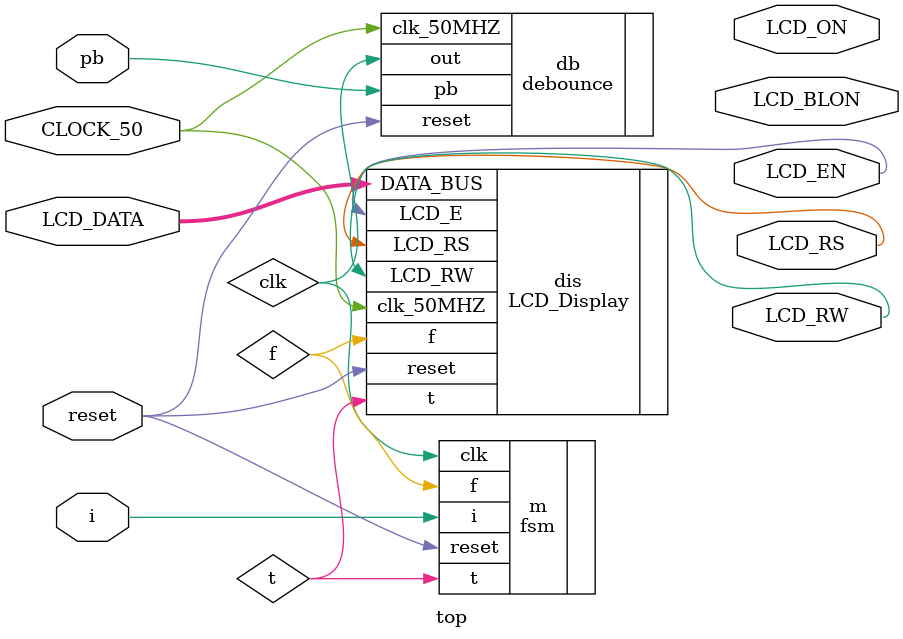
<source format=v>
module top(
  	output LCD_ON,   
  	output LCD_BLON, 
  	output LCD_RW,   
  	output LCD_EN,   
  	output LCD_RS,   
  	inout [7:0] LCD_DATA,
  	input CLOCK_50,
  	input pb,
  	input reset,
  	input i);

	wire t, f, clk;

	debounce db(.out(clk), .pb(pb), .clk_50MHZ(CLOCK_50), .reset(reset));

	fsm m(
		.t(t),
		.f(f),
		.clk(clk),
		.reset(reset),
		.i(i));

	LCD_Display dis(
	   .clk_50MHZ(CLOCK_50),
	   .reset(reset),
	   .t(t),
	   .f(f),
	   .DATA_BUS(LCD_DATA),
	   .LCD_RW(LCD_RW),
	   .LCD_E(LCD_EN),
	   .LCD_RS(LCD_RS)
	);

endmodule 

</source>
